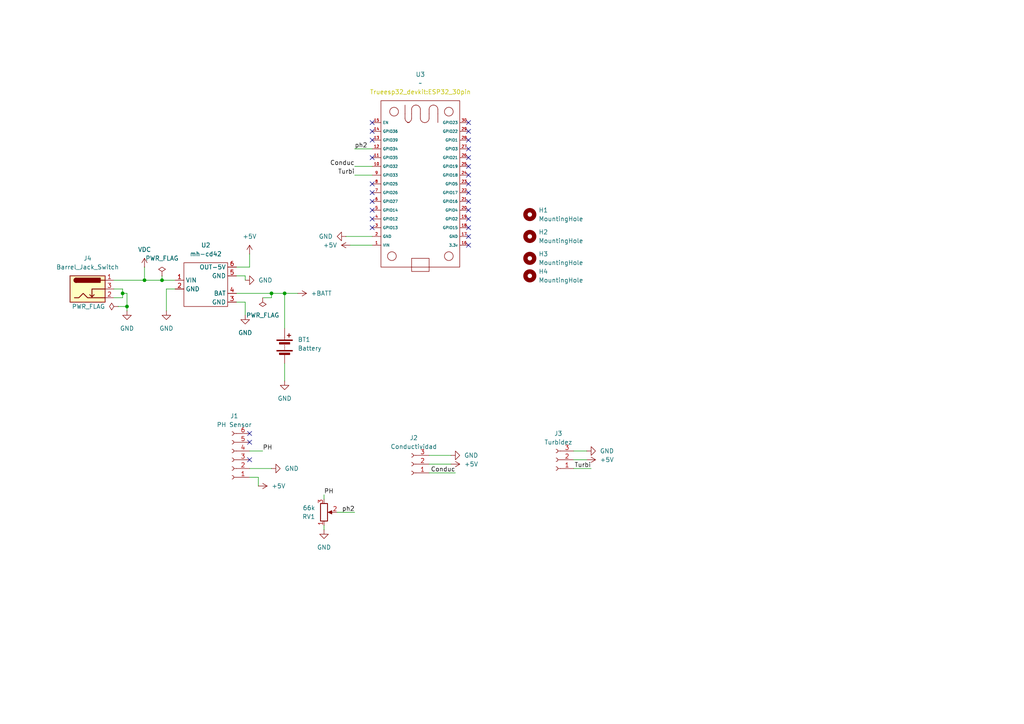
<source format=kicad_sch>
(kicad_sch (version 20250114) (generator "eeschema") (generator_version "9.0")
  (paper "A4")
  (lib_symbols
    (symbol "Connector:Barrel_Jack_Switch" (pin_names (hide yes))
      (property "Reference" "J" (at 0 5.334 0))
      (property "Value" "Barrel_Jack_Switch" (at 0 -5.08 0))
      (symbol "Barrel_Jack_Switch_0_1"
        (rectangle (start -5.08 3.81) (end 5.08 -3.81) (stroke (width 0.254)) (fill (type background)))
        (polyline (pts (xy -3.81 -2.54) (xy -2.54 -2.54) (xy -1.27 -1.27) (xy 0 -2.54) (xy 2.54 -2.54) (xy 5.08 -2.54)) (stroke (width 0.254)))
        (arc (start -3.302 1.905) (mid -3.9343 2.54) (end -3.302 3.175) (stroke (width 0.254)))
        (arc (start -3.302 1.905) (mid -3.9343 2.54) (end -3.302 3.175) (stroke (width 0.254)) (fill (type outline)))
        (polyline (pts (xy 1.27 -2.286) (xy 1.905 -1.651)) (stroke (width 0.254)))
        (rectangle (start 3.683 3.175) (end -3.302 1.905) (stroke (width 0.254)) (fill (type outline)))
        (polyline (pts (xy 5.08 2.54) (xy 3.81 2.54)) (stroke (width 0.254)))
        (polyline (pts (xy 5.08 0) (xy 1.27 0) (xy 1.27 -2.286) (xy 0.635 -1.651)) (stroke (width 0.254)))
      )
      (symbol "Barrel_Jack_Switch_1_1"
        (pin passive line (at 7.62 2.54 180) (length 2.54) (name "~") (number "1"))
        (pin passive line (at 7.62 0 180) (length 2.54) (name "~") (number "3"))
        (pin passive line (at 7.62 -2.54 180) (length 2.54) (name "~") (number "2"))
      )
    )
    (symbol "Connector:Conn_01x03_Socket" (pin_names (offset 1.016) (hide yes))
      (property "Reference" "J" (at 0 5.08 0))
      (property "Value" "Conn_01x03_Socket" (at 0 -5.08 0))
      (symbol "Conn_01x03_Socket_1_1"
        (polyline (pts (xy -1.27 2.54) (xy -0.508 2.54)) (stroke (width 0.1524)))
        (polyline (pts (xy -1.27 0) (xy -0.508 0)) (stroke (width 0.1524)))
        (polyline (pts (xy -1.27 -2.54) (xy -0.508 -2.54)) (stroke (width 0.1524)))
        (arc (start 0 2.032) (mid -0.5058 2.54) (end 0 3.048) (stroke (width 0.1524)))
        (arc (start 0 -0.508) (mid -0.5058 0) (end 0 0.508) (stroke (width 0.1524)))
        (arc (start 0 -3.048) (mid -0.5058 -2.54) (end 0 -2.032) (stroke (width 0.1524)))
        (pin passive line (at -5.08 2.54 0) (length 3.81) (name "Pin_1") (number "1"))
        (pin passive line (at -5.08 0 0) (length 3.81) (name "Pin_2") (number "2"))
        (pin passive line (at -5.08 -2.54 0) (length 3.81) (name "Pin_3") (number "3"))
      )
    )
    (symbol "Connector:Conn_01x06_Socket" (pin_names (offset 1.016) (hide yes))
      (property "Reference" "J" (at 0 7.62 0))
      (property "Value" "Conn_01x06_Socket" (at 0 -10.16 0))
      (symbol "Conn_01x06_Socket_1_1"
        (polyline (pts (xy -1.27 5.08) (xy -0.508 5.08)) (stroke (width 0.1524)))
        (polyline (pts (xy -1.27 2.54) (xy -0.508 2.54)) (stroke (width 0.1524)))
        (polyline (pts (xy -1.27 0) (xy -0.508 0)) (stroke (width 0.1524)))
        (polyline (pts (xy -1.27 -2.54) (xy -0.508 -2.54)) (stroke (width 0.1524)))
        (polyline (pts (xy -1.27 -5.08) (xy -0.508 -5.08)) (stroke (width 0.1524)))
        (polyline (pts (xy -1.27 -7.62) (xy -0.508 -7.62)) (stroke (width 0.1524)))
        (arc (start 0 4.572) (mid -0.5058 5.08) (end 0 5.588) (stroke (width 0.1524)))
        (arc (start 0 2.032) (mid -0.5058 2.54) (end 0 3.048) (stroke (width 0.1524)))
        (arc (start 0 -0.508) (mid -0.5058 0) (end 0 0.508) (stroke (width 0.1524)))
        (arc (start 0 -3.048) (mid -0.5058 -2.54) (end 0 -2.032) (stroke (width 0.1524)))
        (arc (start 0 -5.588) (mid -0.5058 -5.08) (end 0 -4.572) (stroke (width 0.1524)))
        (arc (start 0 -8.128) (mid -0.5058 -7.62) (end 0 -7.112) (stroke (width 0.1524)))
        (pin passive line (at -5.08 5.08 0) (length 3.81) (name "Pin_1") (number "1"))
        (pin passive line (at -5.08 2.54 0) (length 3.81) (name "Pin_2") (number "2"))
        (pin passive line (at -5.08 0 0) (length 3.81) (name "Pin_3") (number "3"))
        (pin passive line (at -5.08 -2.54 0) (length 3.81) (name "Pin_4") (number "4"))
        (pin passive line (at -5.08 -5.08 0) (length 3.81) (name "Pin_5") (number "5"))
        (pin passive line (at -5.08 -7.62 0) (length 3.81) (name "Pin_6") (number "6"))
      )
    )
    (symbol "Device:Battery" (pin_numbers (hide yes)) (pin_names (offset 0) (hide yes))
      (property "Reference" "BT" (at 2.54 2.54 0))
      (property "Value" "Battery" (at 2.54 0 0))
      (symbol "Battery_0_1"
        (rectangle (start -2.286 1.778) (end 2.286 1.524) (fill (type outline)))
        (rectangle (start -2.286 -1.27) (end 2.286 -1.524) (fill (type outline)))
        (rectangle (start -1.524 1.016) (end 1.524 0.508) (fill (type outline)))
        (rectangle (start -1.524 -2.032) (end 1.524 -2.54) (fill (type outline)))
        (polyline (pts (xy 0 1.778) (xy 0 2.54)))
        (polyline (pts (xy 0 0) (xy 0 0.254)))
        (polyline (pts (xy 0 -0.508) (xy 0 -0.254)))
        (polyline (pts (xy 0 -1.016) (xy 0 -0.762)))
        (polyline (pts (xy 0.762 3.048) (xy 1.778 3.048)) (stroke (width 0.254)))
        (polyline (pts (xy 1.27 3.556) (xy 1.27 2.54)) (stroke (width 0.254)))
      )
      (symbol "Battery_1_1"
        (pin passive line (at 0 5.08 270) (length 2.54) (name "+") (number "1"))
        (pin passive line (at 0 -5.08 90) (length 2.54) (name "-") (number "2"))
      )
    )
    (symbol "Device:R_Potentiometer" (pin_names (offset 1.016) (hide yes))
      (property "Reference" "RV" (at -4.445 0 90))
      (property "Value" "R_Potentiometer" (at -2.54 0 90))
      (symbol "R_Potentiometer_0_1"
        (rectangle (start 1.016 2.54) (end -1.016 -2.54) (stroke (width 0.254)))
        (polyline (pts (xy 1.143 0) (xy 2.286 0.508) (xy 2.286 -0.508) (xy 1.143 0)) (fill (type outline)))
        (polyline (pts (xy 2.54 0) (xy 1.524 0)))
      )
      (symbol "R_Potentiometer_1_1"
        (pin passive line (at 0 3.81 270) (length 1.27) (name "1") (number "1"))
        (pin passive line (at 0 -3.81 90) (length 1.27) (name "3") (number "3"))
        (pin passive line (at 3.81 0 180) (length 1.27) (name "2") (number "2"))
      )
    )
    (symbol "Mechanical:MountingHole" (pin_names (offset 1.016)) (in_bom no)
      (property "Reference" "H" (at 0 5.08 0))
      (property "Value" "MountingHole" (at 0 3.175 0))
      (symbol "MountingHole_0_1"
        (circle (center 0 0) (radius 1.27) (stroke (width 1.27)))
      )
    )
    (symbol "Trueesp32_devkit:ESP32_30Pin"
      (property "Reference" "U3" (at -31.75 0 90))
      (property "Value" "~" (at -29.21 0 90))
      (property "Footprint" "Trueesp32_devkit:ESP32_30pin" (at -26.67 0 90))
      (symbol "ESP32_30Pin_0_1"
        (rectangle (start -24.13 11.43) (end 24.13 -11.43))
        (polyline (pts (xy -21.59 5.08) (xy -20.32 5.08)))
        (polyline (pts (xy -21.59 2.54) (xy -20.32 2.54)))
        (polyline (pts (xy -21.59 0) (xy -20.32 0)))
        (polyline (pts (xy -21.59 -2.54) (xy -20.32 -2.54)))
        (arc (start -21.5975 2.5325) (mid -22.4933 2.9067) (end -22.8675 3.8025))
        (arc (start -21.5975 -2.5475) (mid -22.4933 -2.1733) (end -22.8675 -1.2775))
        (arc (start -22.86 3.81) (mid -22.4873 4.7073) (end -21.59 5.08))
        (arc (start -22.86 -1.27) (mid -22.4873 -0.3727) (end -21.59 0))
        (circle (center -20.955 8.255) (radius 1.27))
        (circle (center -20.955 -7.62) (radius 1.27))
        (polyline (pts (xy -20.32 5.08) (xy -17.78 5.08)))
        (polyline (pts (xy -20.32 -4.445) (xy -22.86 -4.445)))
        (arc (start -17.7775 1.2675) (mid -18.1502 0.3702) (end -19.0475 -0.0025))
        (arc (start -17.7775 -3.1775) (mid -18.1502 -4.0748) (end -19.0475 -4.4475))
        (arc (start -19.04 2.545) (mid -18.1442 2.1708) (end -17.77 1.275))
        (arc (start -19.04 -2.535) (mid -18.1442 -2.9092) (end -17.77 -3.805))
        (polyline (pts (xy -19.0475 2.5375) (xy -20.3175 2.5375)))
        (polyline (pts (xy -19.0475 -0.0025) (xy -20.3175 -0.0025)))
        (polyline (pts (xy -19.0475 -2.5425) (xy -20.3175 -2.5425)))
        (polyline (pts (xy -19.0475 -4.4475) (xy -20.3175 -4.4475)))
        (circle (center 20.955 8.255) (radius 1.27))
        (circle (center 20.955 -8.255) (radius 1.27))
        (rectangle (start 21.59 2.54) (end 25.4 -2.54))
      )
      (symbol "ESP32_30Pin_1_1"
        (pin bidirectional line (at -17.78 13.97 270) (length 2.54) (name "GPIO23") (number "30"))
        (pin bidirectional line (at -17.78 -13.97 90) (length 2.54) (name "EN") (number "15"))
        (pin bidirectional line (at -15.24 13.97 270) (length 2.54) (name "GPIO22") (number "29"))
        (pin bidirectional line (at -15.24 -13.97 90) (length 2.54) (name "GPIO36") (number "14"))
        (pin bidirectional line (at -12.7 13.97 270) (length 2.54) (name "GPIO1") (number "28"))
        (pin bidirectional line (at -12.7 -13.97 90) (length 2.54) (name "GPIO39") (number "13"))
        (pin bidirectional line (at -10.16 13.97 270) (length 2.54) (name "GPIO3") (number "27"))
        (pin bidirectional line (at -10.16 -13.97 90) (length 2.54) (name "GPIO34") (number "12"))
        (pin bidirectional line (at -7.62 13.97 270) (length 2.54) (name "GPIO21") (number "26"))
        (pin bidirectional line (at -7.62 -13.97 90) (length 2.54) (name "GPIO35") (number "11"))
        (pin bidirectional line (at -5.08 13.97 270) (length 2.54) (name "GPIO19") (number "25"))
        (pin bidirectional line (at -5.08 -13.97 90) (length 2.54) (name "GPIO32") (number "10"))
        (pin bidirectional line (at -2.54 13.97 270) (length 2.54) (name "GPIO18") (number "24"))
        (pin bidirectional line (at -2.54 -13.97 90) (length 2.54) (name "GPIO33") (number "9"))
        (pin bidirectional line (at 0 13.97 270) (length 2.54) (name "GPIO5") (number "23"))
        (pin bidirectional line (at 0 -13.97 90) (length 2.54) (name "GPIO25") (number "8"))
        (pin bidirectional line (at 2.54 13.97 270) (length 2.54) (name "GPIO17") (number "22"))
        (pin bidirectional line (at 2.54 -13.97 90) (length 2.54) (name "GPIO26") (number "7"))
        (pin bidirectional line (at 5.08 13.97 270) (length 2.54) (name "GPIO16") (number "21"))
        (pin bidirectional line (at 5.08 -13.97 90) (length 2.54) (name "GPIO27") (number "6"))
        (pin bidirectional line (at 7.62 13.97 270) (length 2.54) (name "GPIO4") (number "20"))
        (pin bidirectional line (at 7.62 -13.97 90) (length 2.54) (name "GPIO14") (number "5"))
        (pin bidirectional line (at 10.16 13.97 270) (length 2.54) (name "GPIO2") (number "19"))
        (pin bidirectional line (at 10.16 -13.97 90) (length 2.54) (name "GPIO12") (number "4"))
        (pin bidirectional line (at 12.7 13.97 270) (length 2.54) (name "GPIO15") (number "18"))
        (pin bidirectional line (at 12.7 -13.97 90) (length 2.54) (name "GPIO13") (number "3"))
        (pin power_in line (at 15.24 13.97 270) (length 2.54) (name "GND") (number "17"))
        (pin power_in line (at 15.24 -13.97 90) (length 2.54) (name "GND") (number "2"))
        (pin input line (at 17.78 13.97 270) (length 2.54) (name "3.3v") (number "16"))
        (pin input line (at 17.78 -13.97 90) (length 2.54) (name "VIN") (number "1"))
      )
    )
    (symbol "cd42:mh-cd42"
      (property "Reference" "U" (at 0 7.62 0))
      (property "Value" "mh-cd42" (at 0 -7.62 0))
      (symbol "mh-cd42_0_1"
        (rectangle (start -6.35 6.35) (end 6.35 -6.35))
      )
      (symbol "mh-cd42_1_1"
        (pin power_in line (at -8.89 1.27 0) (length 2.54) (name "VIN") (number "1"))
        (pin passive line (at -8.89 -1.27 0) (length 2.54) (name "GND") (number "2"))
        (pin power_out line (at 8.89 5.08 180) (length 2.54) (name "OUT-5V") (number "6"))
        (pin passive line (at 8.89 2.54 180) (length 2.54) (name "GND") (number "5"))
        (pin passive line (at 8.89 -2.54 180) (length 2.54) (name "BAT") (number "4"))
        (pin passive line (at 8.89 -5.08 180) (length 2.54) (name "GND") (number "3"))
      )
    )
    (symbol "power:+5V" (power) (pin_numbers (hide yes)) (pin_names (offset 0) (hide yes))
      (property "Value" "+5V" (at 0 3.556 0))
      (symbol "+5V_0_1"
        (polyline (pts (xy -0.762 1.27) (xy 0 2.54)))
        (polyline (pts (xy 0 2.54) (xy 0.762 1.27)))
        (polyline (pts (xy 0 0) (xy 0 2.54)))
      )
      (symbol "+5V_1_1"
        (pin power_in line (at 0 0 90) (length 0) (name "~") (number "1"))
      )
    )
    (symbol "power:+BATT" (power) (pin_numbers (hide yes)) (pin_names (offset 0) (hide yes))
      (property "Value" "+BATT" (at 0 3.556 0))
      (symbol "+BATT_0_1"
        (polyline (pts (xy -0.762 1.27) (xy 0 2.54)))
        (polyline (pts (xy 0 2.54) (xy 0.762 1.27)))
        (polyline (pts (xy 0 0) (xy 0 2.54)))
      )
      (symbol "+BATT_1_1"
        (pin power_in line (at 0 0 90) (length 0) (name "~") (number "1"))
      )
    )
    (symbol "power:GND" (power) (pin_numbers (hide yes)) (pin_names (offset 0) (hide yes))
      (property "Value" "GND" (at 0 -3.81 0))
      (symbol "GND_0_1"
        (polyline (pts (xy 0 0) (xy 0 -1.27) (xy 1.27 -1.27) (xy 0 -2.54) (xy -1.27 -1.27) (xy 0 -1.27)))
      )
      (symbol "GND_1_1"
        (pin power_in line (at 0 0 270) (length 0) (name "~") (number "1"))
      )
    )
    (symbol "power:PWR_FLAG" (power) (pin_numbers (hide yes)) (pin_names (offset 0) (hide yes))
      (property "Value" "PWR_FLAG" (at 0 3.81 0))
      (symbol "PWR_FLAG_0_0"
        (pin power_out line (at 0 0 90) (length 0) (name "~") (number "1"))
      )
      (symbol "PWR_FLAG_0_1"
        (polyline (pts (xy 0 0) (xy 0 1.27) (xy -1.016 1.905) (xy 0 2.54) (xy 1.016 1.905) (xy 0 1.27)))
      )
    )
    (symbol "power:VDC" (power) (pin_numbers (hide yes)) (pin_names (offset 0) (hide yes))
      (property "Value" "VDC" (at 0 3.556 0))
      (symbol "VDC_0_1"
        (polyline (pts (xy -0.762 1.27) (xy 0 2.54)))
        (polyline (pts (xy 0 2.54) (xy 0.762 1.27)))
        (polyline (pts (xy 0 0) (xy 0 2.54)))
      )
      (symbol "VDC_1_1"
        (pin power_in line (at 0 0 90) (length 0) (name "~") (number "1"))
      )
    )
  )
  (junction (at 82.55 85.09))
  (junction (at 78.74 85.09))
  (junction (at 46.99 81.28))
  (junction (at 41.91 81.28))
  (junction (at 35.56 85.09))
  (junction (at 36.83 88.9))
  (no_connect (at 135.89 38.1))
  (no_connect (at 107.95 58.42))
  (no_connect (at 107.95 66.04))
  (no_connect (at 135.89 60.96))
  (no_connect (at 135.89 45.72))
  (no_connect (at 135.89 63.5))
  (no_connect (at 107.95 53.34))
  (no_connect (at 135.89 71.12))
  (no_connect (at 107.95 55.88))
  (no_connect (at 107.95 40.64))
  (no_connect (at 107.95 63.5))
  (no_connect (at 135.89 55.88))
  (no_connect (at 72.39 125.73))
  (no_connect (at 135.89 66.04))
  (no_connect (at 107.95 38.1))
  (no_connect (at 135.89 48.26))
  (no_connect (at 135.89 40.64))
  (no_connect (at 135.89 43.18))
  (no_connect (at 107.95 60.96))
  (no_connect (at 72.39 133.35))
  (no_connect (at 72.39 128.27))
  (no_connect (at 135.89 68.58))
  (no_connect (at 135.89 35.56))
  (no_connect (at 135.89 53.34))
  (no_connect (at 135.89 50.8))
  (no_connect (at 107.95 35.56))
  (no_connect (at 107.95 45.72))
  (no_connect (at 135.89 58.42))
  (wire (pts (xy 35.56 85.09) (xy 35.56 86.36)))
  (wire (pts (xy 102.87 48.26) (xy 107.95 48.26)))
  (wire (pts (xy 101.6 71.12) (xy 107.95 71.12)))
  (wire (pts (xy 82.55 85.09) (xy 82.55 95.25)))
  (wire (pts (xy 71.12 80.01) (xy 68.58 80.01)))
  (wire (pts (xy 124.46 137.16) (xy 132.08 137.16)))
  (wire (pts (xy 36.83 85.09) (xy 36.83 88.9)))
  (wire (pts (xy 78.74 86.36) (xy 78.74 85.09)))
  (wire (pts (xy 41.91 81.28) (xy 46.99 81.28)))
  (wire (pts (xy 35.56 85.09) (xy 36.83 85.09)))
  (wire (pts (xy 97.79 148.59) (xy 102.87 148.59)))
  (wire (pts (xy 82.55 85.09) (xy 86.36 85.09)))
  (wire (pts (xy 166.37 130.81) (xy 170.18 130.81)))
  (wire (pts (xy 74.93 138.43) (xy 72.39 138.43)))
  (wire (pts (xy 166.37 133.35) (xy 170.18 133.35)))
  (wire (pts (xy 100.33 68.58) (xy 107.95 68.58)))
  (wire (pts (xy 71.12 87.63) (xy 68.58 87.63)))
  (wire (pts (xy 76.2 86.36) (xy 78.74 86.36)))
  (wire (pts (xy 93.98 153.67) (xy 93.98 152.4)))
  (wire (pts (xy 72.39 77.47) (xy 68.58 77.47)))
  (wire (pts (xy 33.02 83.82) (xy 35.56 83.82)))
  (wire (pts (xy 50.8 83.82) (xy 48.26 83.82)))
  (wire (pts (xy 46.99 80.01) (xy 46.99 81.28)))
  (wire (pts (xy 36.83 88.9) (xy 36.83 90.17)))
  (wire (pts (xy 102.87 43.18) (xy 107.95 43.18)))
  (wire (pts (xy 78.74 85.09) (xy 82.55 85.09)))
  (wire (pts (xy 41.91 77.47) (xy 41.91 81.28)))
  (wire (pts (xy 71.12 91.44) (xy 71.12 87.63)))
  (wire (pts (xy 166.37 135.89) (xy 171.45 135.89)))
  (wire (pts (xy 33.02 86.36) (xy 35.56 86.36)))
  (wire (pts (xy 93.98 143.51) (xy 93.98 144.78)))
  (wire (pts (xy 72.39 73.66) (xy 72.39 77.47)))
  (wire (pts (xy 48.26 83.82) (xy 48.26 90.17)))
  (wire (pts (xy 74.93 140.97) (xy 74.93 138.43)))
  (wire (pts (xy 72.39 130.81) (xy 76.2 130.81)))
  (wire (pts (xy 68.58 85.09) (xy 78.74 85.09)))
  (wire (pts (xy 35.56 83.82) (xy 35.56 85.09)))
  (wire (pts (xy 82.55 105.41) (xy 82.55 110.49)))
  (wire (pts (xy 46.99 81.28) (xy 50.8 81.28)))
  (wire (pts (xy 102.87 50.8) (xy 107.95 50.8)))
  (wire (pts (xy 124.46 134.62) (xy 130.81 134.62)))
  (wire (pts (xy 33.02 81.28) (xy 41.91 81.28)))
  (wire (pts (xy 72.39 135.89) (xy 78.74 135.89)))
  (wire (pts (xy 71.12 81.28) (xy 71.12 80.01)))
  (wire (pts (xy 34.29 88.9) (xy 36.83 88.9)))
  (wire (pts (xy 124.46 132.08) (xy 130.81 132.08)))
  (label "PH" (at 93.98 143.51 0))
  (label "Turbi" (at 171.45 135.89 180))
  (label "Conduc" (at 102.87 48.26 180))
  (label "PH" (at 76.2 130.81 0))
  (label "ph2" (at 102.87 43.18 0))
  (label "Conduc" (at 132.08 137.16 180))
  (label "ph2" (at 102.87 148.59 180))
  (label "Turbi" (at 102.87 50.8 180))
  (symbol (lib_id "cd42:mh-cd42") (at 59.69 82.55 0) (unit 1)
    (property "Reference" "U2" (at 59.69 71.12 0))
    (property "Value" "mh-cd42" (at 59.69 73.66 0))
    (property "Footprint" "cd42foot:mh-cd42" (effects (hide yes)))
  )
  (symbol (lib_id "power:GND") (at 93.98 153.67 0) (unit 1)
    (property "Reference" "#PWR01" (effects (hide yes)))
    (property "Value" "GND" (at 93.98 158.75 0))
    (property "Description" "Power symbol creates a global label with name \"GND\" , ground" (effects (hide yes)))
  )
  (symbol (lib_id "power:GND") (at 36.83 90.17 0) (unit 1)
    (property "Reference" "#PWR015" (effects (hide yes)))
    (property "Value" "GND" (at 36.83 95.25 0))
    (property "Description" "Power symbol creates a global label with name \"GND\" , ground" (effects (hide yes)))
  )
  (symbol (lib_id "power:GND") (at 71.12 91.44 0) (unit 1)
    (property "Reference" "#PWR04" (effects (hide yes)))
    (property "Value" "GND" (at 71.12 96.52 0))
    (property "Description" "Power symbol creates a global label with name \"GND\" , ground" (effects (hide yes)))
  )
  (symbol (lib_id "power:+5V") (at 170.18 133.35 270) (unit 1)
    (property "Reference" "#PWR09" (effects (hide yes)))
    (property "Value" "+5V" (at 173.99 133.3499 90) (effects (justify left)))
    (property "Description" "Power symbol creates a global label with name \"+5V\"" (effects (hide yes)))
  )
  (symbol (lib_id "power:PWR_FLAG") (at 34.29 88.9 90) (unit 1)
    (property "Reference" "#FLG02" (effects (hide yes)))
    (property "Value" "PWR_FLAG" (at 30.48 88.8999 90) (effects (justify left)))
    (property "Description" "Special symbol for telling ERC where power comes from" (effects (hide yes)))
  )
  (symbol (lib_id "power:+5V") (at 72.39 73.66 0) (unit 1)
    (property "Reference" "#PWR02" (effects (hide yes)))
    (property "Value" "+5V" (at 72.39 68.58 0))
    (property "Description" "Power symbol creates a global label with name \"+5V\"" (effects (hide yes)))
  )
  (symbol (lib_id "power:+5V") (at 74.93 140.97 270) (unit 1)
    (property "Reference" "#PWR019" (effects (hide yes)))
    (property "Value" "+5V" (at 78.74 140.9699 90) (effects (justify left)))
    (property "Description" "Power symbol creates a global label with name \"+5V\"" (effects (hide yes)))
  )
  (symbol (lib_id "Mechanical:MountingHole") (at 153.67 62.23 0) (unit 1) (in_bom no)
    (property "Reference" "H1" (at 156.21 60.9599 0) (effects (justify left)))
    (property "Value" "MountingHole" (at 156.21 63.4999 0) (effects (justify left)))
    (property "Footprint" "MountingHole:MountingHole_3.2mm_M3" (effects (hide yes)))
    (property "Description" "Mounting Hole without connection" (effects (hide yes)))
  )
  (symbol (lib_id "power:+5V") (at 130.81 134.62 270) (unit 1)
    (property "Reference" "#PWR08" (effects (hide yes)))
    (property "Value" "+5V" (at 134.62 134.6199 90) (effects (justify left)))
    (property "Description" "Power symbol creates a global label with name \"+5V\"" (effects (hide yes)))
  )
  (symbol (lib_id "power:GND") (at 71.12 81.28 90) (unit 1)
    (property "Reference" "#PWR03" (effects (hide yes)))
    (property "Value" "GND" (at 74.93 81.2799 90) (effects (justify right)))
    (property "Description" "Power symbol creates a global label with name \"GND\" , ground" (effects (hide yes)))
  )
  (symbol (lib_id "Connector:Conn_01x03_Socket") (at 161.29 133.35 180) (unit 1)
    (property "Reference" "J3" (at 161.925 125.73 0))
    (property "Value" "Turbidez" (at 161.925 128.27 0))
    (property "Footprint" "Connector_PinSocket_2.54mm:PinSocket_1x03_P2.54mm_Vertical" (effects (hide yes)))
    (property "Description" "Generic connector, single row, 01x03, script generated" (effects (hide yes)))
  )
  (symbol (lib_id "Connector:Conn_01x06_Socket") (at 67.31 133.35 180) (unit 1)
    (property "Reference" "J1" (at 67.945 120.65 0))
    (property "Value" "PH Sensor" (at 67.945 123.19 0))
    (property "Footprint" "Connector_PinSocket_2.54mm:PinSocket_1x06_P2.54mm_Vertical" (effects (hide yes)))
    (property "Description" "Generic connector, single row, 01x06, script generated" (effects (hide yes)))
  )
  (symbol (lib_id "Trueesp32_devkit:ESP32_30Pin") (at 121.92 53.34 270) (unit 1)
    (property "Reference" "U3" (at 121.92 21.59 90))
    (property "Value" "~" (at 121.92 24.13 90))
    (property "Footprint" "Trueesp32_devkit:ESP32_30pin" (at 121.92 26.67 90))
  )
  (symbol (lib_id "Mechanical:MountingHole") (at 153.67 68.58 0) (unit 1) (in_bom no)
    (property "Reference" "H2" (at 156.21 67.3099 0) (effects (justify left)))
    (property "Value" "MountingHole" (at 156.21 69.8499 0) (effects (justify left)))
    (property "Footprint" "MountingHole:MountingHole_3.2mm_M3" (effects (hide yes)))
    (property "Description" "Mounting Hole without connection" (effects (hide yes)))
  )
  (symbol (lib_id "power:GND") (at 100.33 68.58 270) (unit 1)
    (property "Reference" "#PWR018" (effects (hide yes)))
    (property "Value" "GND" (at 96.52 68.5799 90) (effects (justify right)))
    (property "Description" "Power symbol creates a global label with name \"GND\" , ground" (effects (hide yes)))
  )
  (symbol (lib_id "Mechanical:MountingHole") (at 153.67 80.01 0) (unit 1) (in_bom no)
    (property "Reference" "H4" (at 156.21 78.7399 0) (effects (justify left)))
    (property "Value" "MountingHole" (at 156.21 81.2799 0) (effects (justify left)))
    (property "Footprint" "MountingHole:MountingHole_3.2mm_M3" (effects (hide yes)))
    (property "Description" "Mounting Hole without connection" (effects (hide yes)))
  )
  (symbol (lib_id "Connector:Barrel_Jack_Switch") (at 25.4 83.82 0) (unit 1)
    (property "Reference" "J4" (at 25.4 74.93 0))
    (property "Value" "Barrel_Jack_Switch" (at 25.4 77.47 0))
    (property "Footprint" "Connector_BarrelJack:BarrelJack_Horizontal" (effects (hide yes)))
    (property "Description" "DC Barrel Jack with an internal switch" (effects (hide yes)))
  )
  (symbol (lib_id "power:+BATT") (at 86.36 85.09 270) (unit 1)
    (property "Reference" "#PWR06" (effects (hide yes)))
    (property "Value" "+BATT" (at 90.17 85.0899 90) (effects (justify left)))
    (property "Description" "Power symbol creates a global label with name \"+BATT\"" (effects (hide yes)))
  )
  (symbol (lib_id "power:PWR_FLAG") (at 46.99 80.01 0) (unit 1)
    (property "Reference" "#FLG01" (effects (hide yes)))
    (property "Value" "PWR_FLAG" (at 46.99 74.93 0))
    (property "Description" "Special symbol for telling ERC where power comes from" (effects (hide yes)))
  )
  (symbol (lib_id "Connector:Conn_01x03_Socket") (at 119.38 134.62 180) (unit 1)
    (property "Reference" "J2" (at 120.015 127 0))
    (property "Value" "Conductividad" (at 120.015 129.54 0))
    (property "Footprint" "Connector_PinSocket_2.54mm:PinSocket_1x03_P2.54mm_Vertical" (effects (hide yes)))
    (property "Description" "Generic connector, single row, 01x03, script generated" (effects (hide yes)))
  )
  (symbol (lib_id "power:GND") (at 170.18 130.81 90) (unit 1)
    (property "Reference" "#PWR013" (effects (hide yes)))
    (property "Value" "GND" (at 173.99 130.8099 90) (effects (justify right)))
    (property "Description" "Power symbol creates a global label with name \"GND\" , ground" (effects (hide yes)))
  )
  (symbol (lib_id "power:VDC") (at 41.91 77.47 0) (unit 1)
    (property "Reference" "#PWR017" (effects (hide yes)))
    (property "Value" "VDC" (at 41.91 72.39 0))
    (property "Description" "Power symbol creates a global label with name \"VDC\"" (effects (hide yes)))
  )
  (symbol (lib_id "power:GND") (at 130.81 132.08 90) (unit 1)
    (property "Reference" "#PWR012" (effects (hide yes)))
    (property "Value" "GND" (at 134.62 132.0799 90) (effects (justify right)))
    (property "Description" "Power symbol creates a global label with name \"GND\" , ground" (effects (hide yes)))
  )
  (symbol (lib_id "power:+5V") (at 101.6 71.12 90) (unit 1)
    (property "Reference" "#PWR010" (effects (hide yes)))
    (property "Value" "+5V" (at 97.79 71.1199 90) (effects (justify left)))
    (property "Description" "Power symbol creates a global label with name \"+5V\"" (effects (hide yes)))
  )
  (symbol (lib_id "power:GND") (at 78.74 135.89 90) (unit 1)
    (property "Reference" "#PWR011" (effects (hide yes)))
    (property "Value" "GND" (at 82.55 135.8899 90) (effects (justify right)))
    (property "Description" "Power symbol creates a global label with name \"GND\" , ground" (effects (hide yes)))
  )
  (symbol (lib_id "Mechanical:MountingHole") (at 153.67 74.93 0) (unit 1) (in_bom no)
    (property "Reference" "H3" (at 156.21 73.6599 0) (effects (justify left)))
    (property "Value" "MountingHole" (at 156.21 76.1999 0) (effects (justify left)))
    (property "Footprint" "MountingHole:MountingHole_3.2mm_M3" (effects (hide yes)))
    (property "Description" "Mounting Hole without connection" (effects (hide yes)))
  )
  (symbol (lib_id "power:GND") (at 48.26 90.17 0) (unit 1)
    (property "Reference" "#PWR016" (effects (hide yes)))
    (property "Value" "GND" (at 48.26 95.25 0))
    (property "Description" "Power symbol creates a global label with name \"GND\" , ground" (effects (hide yes)))
  )
  (symbol (lib_id "Device:R_Potentiometer") (at 93.98 148.59 0) (mirror x) (unit 1)
    (property "Reference" "RV1" (at 91.44 149.8601 0) (effects (justify right)))
    (property "Value" "66k" (at 91.44 147.3201 0) (effects (justify right)))
    (property "Footprint" "Potentiometer_THT:Potentiometer_Piher_T-16H_Single_Horizontal" (effects (hide yes)))
    (property "Description" "Potentiometer" (effects (hide yes)))
  )
  (symbol (lib_id "power:PWR_FLAG") (at 76.2 86.36 180) (unit 1)
    (property "Reference" "#FLG03" (effects (hide yes)))
    (property "Value" "PWR_FLAG" (at 76.2 91.44 0))
    (property "Description" "Special symbol for telling ERC where power comes from" (effects (hide yes)))
  )
  (symbol (lib_id "power:GND") (at 82.55 110.49 0) (unit 1)
    (property "Reference" "#PWR05" (effects (hide yes)))
    (property "Value" "GND" (at 82.55 115.57 0))
    (property "Description" "Power symbol creates a global label with name \"GND\" , ground" (effects (hide yes)))
  )
  (symbol (lib_id "Device:Battery") (at 82.55 100.33 0) (unit 1)
    (property "Reference" "BT1" (at 86.36 98.4884 0) (effects (justify left)))
    (property "Value" "Battery" (at 86.36 101.0284 0) (effects (justify left)))
    (property "Footprint" "Battery:BatteryHolder_Keystone_1042_1x18650" (effects (hide yes)))
    (property "Description" "Multiple-cell battery" (effects (hide yes)))
  )
)
</source>
